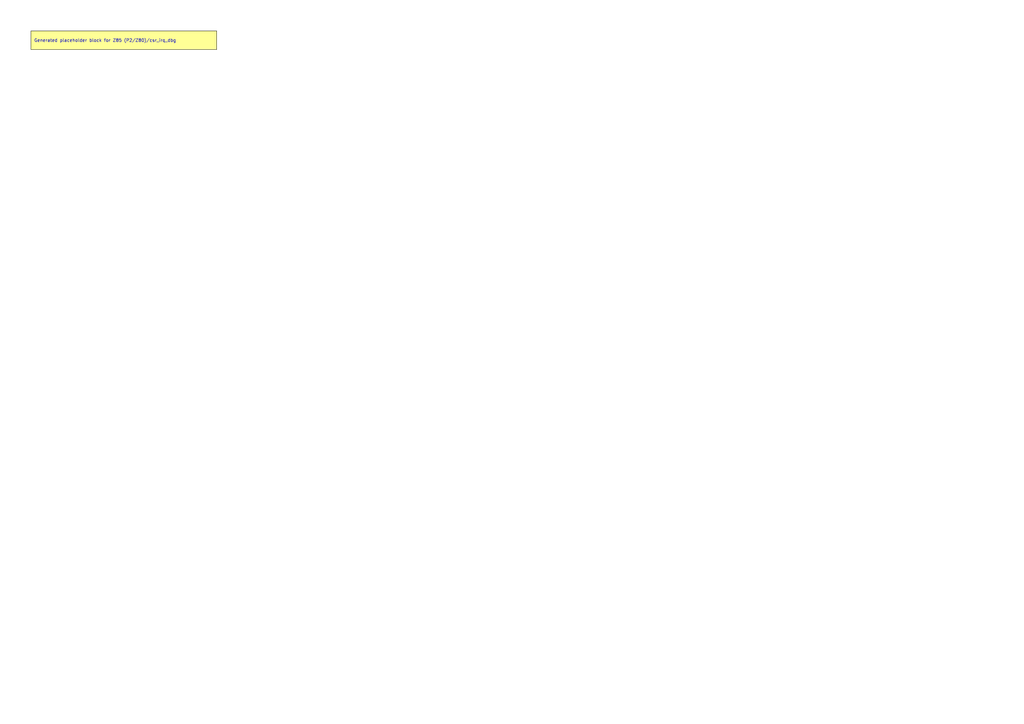
<source format=kicad_sch>
(kicad_sch
	(version 20250114)
	(generator "kicadgen")
	(generator_version "0.2")
	(uuid "0ae9b401-ace1-5932-bf39-f7b4b3c53635")
	(paper "A3")
	(title_block
		(title "Z85 (P2/Z80)::csr_irq_dbg")
		(company "Project Carbon")
		(comment 1 "Generated - do not edit in generated/")
		(comment 2 "Edit in schem/kicad9/manual/ or refine mapping specs")
	)
	(lib_symbols)
	(text_box
		"Generated placeholder block for Z85 (P2/Z80)/csr_irq_dbg"
		(exclude_from_sim no)
		(at
			12.7
			12.7
			0
		)
		(size 76.2 7.62)
		(margins
			1.27
			1.27
			1.27
			1.27
		)
		(stroke
			(width 0)
			(type default)
			(color
				0
				0
				0
				1
			)
		)
		(fill
			(type color)
			(color
				255
				255
				150
				1
			)
		)
		(effects
			(font
				(size 1.27 1.27)
			)
			(justify left)
		)
		(uuid "41173ef2-b865-53d2-9159-8779ea40f351")
	)
	(sheet_instances
		(path
			"/"
			(page "1")
		)
	)
	(embedded_fonts no)
)

</source>
